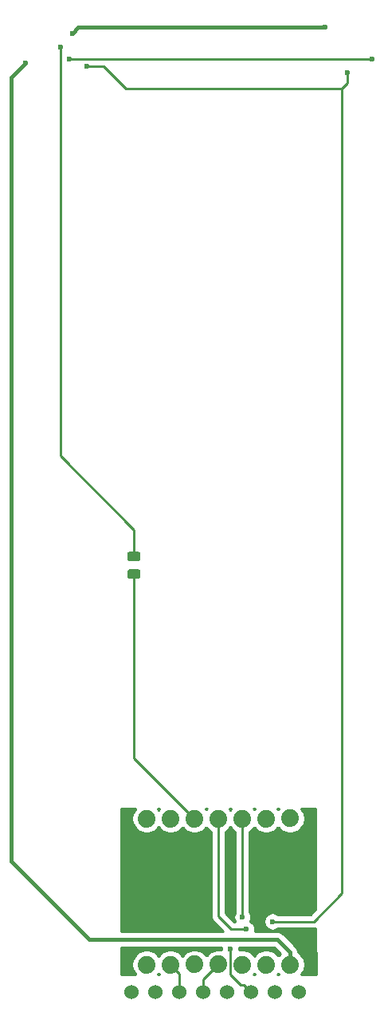
<source format=gbr>
G04 #@! TF.GenerationSoftware,KiCad,Pcbnew,(5.1.2)-1*
G04 #@! TF.CreationDate,2023-11-23T12:08:04+09:00*
G04 #@! TF.ProjectId,gopher_party_xiao_v2,676f7068-6572-45f7-9061-7274795f7869,rev?*
G04 #@! TF.SameCoordinates,Original*
G04 #@! TF.FileFunction,Copper,L2,Bot*
G04 #@! TF.FilePolarity,Positive*
%FSLAX46Y46*%
G04 Gerber Fmt 4.6, Leading zero omitted, Abs format (unit mm)*
G04 Created by KiCad (PCBNEW (5.1.2)-1) date 2023-11-23 12:08:04*
%MOMM*%
%LPD*%
G04 APERTURE LIST*
%ADD10C,1.524000*%
%ADD11C,1.879600*%
%ADD12C,0.100000*%
%ADD13C,0.975000*%
%ADD14C,0.600000*%
%ADD15C,0.400000*%
%ADD16C,0.250000*%
%ADD17C,0.254000*%
G04 APERTURE END LIST*
D10*
X86920000Y-173800000D03*
X89460000Y-173800000D03*
X92000000Y-173800000D03*
X94540000Y-173800000D03*
X97080000Y-173800000D03*
X99620000Y-173800000D03*
X102160000Y-173800000D03*
X104700000Y-173800000D03*
D11*
X103750000Y-170850000D03*
X101220000Y-170850000D03*
X98680000Y-170850000D03*
X96130000Y-170840000D03*
X93600000Y-170840000D03*
X91050000Y-170850000D03*
X88510000Y-170850000D03*
X88510000Y-155350000D03*
X91060000Y-155350000D03*
X93590000Y-155350000D03*
X96120000Y-155350000D03*
X98680000Y-155350000D03*
X101210000Y-155350000D03*
X103750000Y-155340000D03*
D12*
G36*
X87640142Y-127056174D02*
G01*
X87663803Y-127059684D01*
X87687007Y-127065496D01*
X87709529Y-127073554D01*
X87731153Y-127083782D01*
X87751670Y-127096079D01*
X87770883Y-127110329D01*
X87788607Y-127126393D01*
X87804671Y-127144117D01*
X87818921Y-127163330D01*
X87831218Y-127183847D01*
X87841446Y-127205471D01*
X87849504Y-127227993D01*
X87855316Y-127251197D01*
X87858826Y-127274858D01*
X87860000Y-127298750D01*
X87860000Y-127786250D01*
X87858826Y-127810142D01*
X87855316Y-127833803D01*
X87849504Y-127857007D01*
X87841446Y-127879529D01*
X87831218Y-127901153D01*
X87818921Y-127921670D01*
X87804671Y-127940883D01*
X87788607Y-127958607D01*
X87770883Y-127974671D01*
X87751670Y-127988921D01*
X87731153Y-128001218D01*
X87709529Y-128011446D01*
X87687007Y-128019504D01*
X87663803Y-128025316D01*
X87640142Y-128028826D01*
X87616250Y-128030000D01*
X86703750Y-128030000D01*
X86679858Y-128028826D01*
X86656197Y-128025316D01*
X86632993Y-128019504D01*
X86610471Y-128011446D01*
X86588847Y-128001218D01*
X86568330Y-127988921D01*
X86549117Y-127974671D01*
X86531393Y-127958607D01*
X86515329Y-127940883D01*
X86501079Y-127921670D01*
X86488782Y-127901153D01*
X86478554Y-127879529D01*
X86470496Y-127857007D01*
X86464684Y-127833803D01*
X86461174Y-127810142D01*
X86460000Y-127786250D01*
X86460000Y-127298750D01*
X86461174Y-127274858D01*
X86464684Y-127251197D01*
X86470496Y-127227993D01*
X86478554Y-127205471D01*
X86488782Y-127183847D01*
X86501079Y-127163330D01*
X86515329Y-127144117D01*
X86531393Y-127126393D01*
X86549117Y-127110329D01*
X86568330Y-127096079D01*
X86588847Y-127083782D01*
X86610471Y-127073554D01*
X86632993Y-127065496D01*
X86656197Y-127059684D01*
X86679858Y-127056174D01*
X86703750Y-127055000D01*
X87616250Y-127055000D01*
X87640142Y-127056174D01*
X87640142Y-127056174D01*
G37*
D13*
X87160000Y-127542500D03*
D12*
G36*
X87640142Y-128931174D02*
G01*
X87663803Y-128934684D01*
X87687007Y-128940496D01*
X87709529Y-128948554D01*
X87731153Y-128958782D01*
X87751670Y-128971079D01*
X87770883Y-128985329D01*
X87788607Y-129001393D01*
X87804671Y-129019117D01*
X87818921Y-129038330D01*
X87831218Y-129058847D01*
X87841446Y-129080471D01*
X87849504Y-129102993D01*
X87855316Y-129126197D01*
X87858826Y-129149858D01*
X87860000Y-129173750D01*
X87860000Y-129661250D01*
X87858826Y-129685142D01*
X87855316Y-129708803D01*
X87849504Y-129732007D01*
X87841446Y-129754529D01*
X87831218Y-129776153D01*
X87818921Y-129796670D01*
X87804671Y-129815883D01*
X87788607Y-129833607D01*
X87770883Y-129849671D01*
X87751670Y-129863921D01*
X87731153Y-129876218D01*
X87709529Y-129886446D01*
X87687007Y-129894504D01*
X87663803Y-129900316D01*
X87640142Y-129903826D01*
X87616250Y-129905000D01*
X86703750Y-129905000D01*
X86679858Y-129903826D01*
X86656197Y-129900316D01*
X86632993Y-129894504D01*
X86610471Y-129886446D01*
X86588847Y-129876218D01*
X86568330Y-129863921D01*
X86549117Y-129849671D01*
X86531393Y-129833607D01*
X86515329Y-129815883D01*
X86501079Y-129796670D01*
X86488782Y-129776153D01*
X86478554Y-129754529D01*
X86470496Y-129732007D01*
X86464684Y-129708803D01*
X86461174Y-129685142D01*
X86460000Y-129661250D01*
X86460000Y-129173750D01*
X86461174Y-129149858D01*
X86464684Y-129126197D01*
X86470496Y-129102993D01*
X86478554Y-129080471D01*
X86488782Y-129058847D01*
X86501079Y-129038330D01*
X86515329Y-129019117D01*
X86531393Y-129001393D01*
X86549117Y-128985329D01*
X86568330Y-128971079D01*
X86588847Y-128958782D01*
X86610471Y-128948554D01*
X86632993Y-128940496D01*
X86656197Y-128934684D01*
X86679858Y-128931174D01*
X86703750Y-128930000D01*
X87616250Y-128930000D01*
X87640142Y-128931174D01*
X87640142Y-128931174D01*
G37*
D13*
X87160000Y-129417500D03*
D14*
X75610000Y-75210000D03*
X80590000Y-72070000D03*
X107440000Y-71410000D03*
X82170000Y-75570000D03*
X109860000Y-76200000D03*
X101900000Y-166270000D03*
X80290000Y-74790000D03*
X112470000Y-74780000D03*
X79320000Y-73530000D03*
X99100000Y-167100000D03*
X97400000Y-169200000D03*
X98700000Y-165800000D03*
D15*
X103750000Y-169520923D02*
X103750000Y-170850000D01*
X102409077Y-168180000D02*
X103750000Y-169520923D01*
X82410000Y-168180000D02*
X102409077Y-168180000D01*
X74100000Y-159870000D02*
X82410000Y-168180000D01*
X75610000Y-75210000D02*
X74100000Y-76720000D01*
X74100000Y-76720000D02*
X74100000Y-159870000D01*
X80590000Y-72070000D02*
X81250000Y-71410000D01*
X81250000Y-71410000D02*
X107440000Y-71410000D01*
D16*
X109860000Y-77310000D02*
X109860000Y-76200000D01*
X109260000Y-77910000D02*
X109860000Y-77310000D01*
X86290000Y-77910000D02*
X109260000Y-77910000D01*
X82170000Y-75570000D02*
X83950000Y-75570000D01*
X83950000Y-75570000D02*
X86290000Y-77910000D01*
X109260000Y-77910000D02*
X109260000Y-163280000D01*
X109260000Y-163280000D02*
X106270000Y-166270000D01*
X106270000Y-166270000D02*
X101900000Y-166270000D01*
X80290000Y-74790000D02*
X112460000Y-74790000D01*
X112460000Y-74790000D02*
X112470000Y-74780000D01*
X87160000Y-127542500D02*
X87160000Y-124730000D01*
X87160000Y-124730000D02*
X79320000Y-116890000D01*
X79320000Y-116890000D02*
X79320000Y-73530000D01*
X87160000Y-148920000D02*
X93590000Y-155350000D01*
X87160000Y-129417500D02*
X87160000Y-148920000D01*
X94540000Y-172430000D02*
X94540000Y-173800000D01*
X96130000Y-170840000D02*
X94540000Y-172430000D01*
X92000000Y-171800000D02*
X92000000Y-173800000D01*
X91050000Y-170850000D02*
X92000000Y-171800000D01*
X96120000Y-155350000D02*
X96120000Y-165720000D01*
X96120000Y-165720000D02*
X97500000Y-167100000D01*
X97500000Y-167100000D02*
X99100000Y-167100000D01*
X98858001Y-173038001D02*
X98538001Y-173038001D01*
X99620000Y-173800000D02*
X98858001Y-173038001D01*
X98538001Y-173038001D02*
X97400000Y-171900000D01*
X97400000Y-171900000D02*
X97400000Y-169200000D01*
X98700000Y-155370000D02*
X98680000Y-155350000D01*
X98700000Y-165800000D02*
X98700000Y-155370000D01*
D17*
G36*
X96465000Y-169107911D02*
G01*
X96465000Y-169292089D01*
X96466842Y-169301350D01*
X96285104Y-169265200D01*
X95974896Y-169265200D01*
X95670648Y-169325718D01*
X95384052Y-169444430D01*
X95126123Y-169616773D01*
X94906773Y-169836123D01*
X94865000Y-169898641D01*
X94823227Y-169836123D01*
X94603877Y-169616773D01*
X94345948Y-169444430D01*
X94059352Y-169325718D01*
X93755104Y-169265200D01*
X93444896Y-169265200D01*
X93140648Y-169325718D01*
X92854052Y-169444430D01*
X92596123Y-169616773D01*
X92376773Y-169836123D01*
X92321659Y-169918607D01*
X92273227Y-169846123D01*
X92053877Y-169626773D01*
X91795948Y-169454430D01*
X91509352Y-169335718D01*
X91205104Y-169275200D01*
X90894896Y-169275200D01*
X90590648Y-169335718D01*
X90304052Y-169454430D01*
X90046123Y-169626773D01*
X89826773Y-169846123D01*
X89780000Y-169916124D01*
X89733227Y-169846123D01*
X89513877Y-169626773D01*
X89255948Y-169454430D01*
X88969352Y-169335718D01*
X88665104Y-169275200D01*
X88354896Y-169275200D01*
X88050648Y-169335718D01*
X87764052Y-169454430D01*
X87506123Y-169626773D01*
X87286773Y-169846123D01*
X87114430Y-170104052D01*
X86995718Y-170390648D01*
X86935200Y-170694896D01*
X86935200Y-171005104D01*
X86995718Y-171309352D01*
X87114430Y-171595948D01*
X87286773Y-171853877D01*
X87305111Y-171872215D01*
X85786858Y-171872939D01*
X85783650Y-169015000D01*
X96483481Y-169015000D01*
X96465000Y-169107911D01*
X96465000Y-169107911D01*
G37*
X96465000Y-169107911D02*
X96465000Y-169292089D01*
X96466842Y-169301350D01*
X96285104Y-169265200D01*
X95974896Y-169265200D01*
X95670648Y-169325718D01*
X95384052Y-169444430D01*
X95126123Y-169616773D01*
X94906773Y-169836123D01*
X94865000Y-169898641D01*
X94823227Y-169836123D01*
X94603877Y-169616773D01*
X94345948Y-169444430D01*
X94059352Y-169325718D01*
X93755104Y-169265200D01*
X93444896Y-169265200D01*
X93140648Y-169325718D01*
X92854052Y-169444430D01*
X92596123Y-169616773D01*
X92376773Y-169836123D01*
X92321659Y-169918607D01*
X92273227Y-169846123D01*
X92053877Y-169626773D01*
X91795948Y-169454430D01*
X91509352Y-169335718D01*
X91205104Y-169275200D01*
X90894896Y-169275200D01*
X90590648Y-169335718D01*
X90304052Y-169454430D01*
X90046123Y-169626773D01*
X89826773Y-169846123D01*
X89780000Y-169916124D01*
X89733227Y-169846123D01*
X89513877Y-169626773D01*
X89255948Y-169454430D01*
X88969352Y-169335718D01*
X88665104Y-169275200D01*
X88354896Y-169275200D01*
X88050648Y-169335718D01*
X87764052Y-169454430D01*
X87506123Y-169626773D01*
X87286773Y-169846123D01*
X87114430Y-170104052D01*
X86995718Y-170390648D01*
X86935200Y-170694896D01*
X86935200Y-171005104D01*
X86995718Y-171309352D01*
X87114430Y-171595948D01*
X87286773Y-171853877D01*
X87305111Y-171872215D01*
X85786858Y-171872939D01*
X85783650Y-169015000D01*
X96483481Y-169015000D01*
X96465000Y-169107911D01*
G36*
X89826773Y-171853877D02*
G01*
X89843900Y-171871004D01*
X89716039Y-171871065D01*
X89733227Y-171853877D01*
X89780000Y-171783876D01*
X89826773Y-171853877D01*
X89826773Y-171853877D01*
G37*
X89826773Y-171853877D02*
X89843900Y-171871004D01*
X89716039Y-171871065D01*
X89733227Y-171853877D01*
X89780000Y-171783876D01*
X89826773Y-171853877D01*
G36*
X99996773Y-171853877D02*
G01*
X100009053Y-171866157D01*
X99890890Y-171866214D01*
X99903227Y-171853877D01*
X99950000Y-171783876D01*
X99996773Y-171853877D01*
X99996773Y-171853877D01*
G37*
X99996773Y-171853877D02*
X100009053Y-171866157D01*
X99890890Y-171866214D01*
X99903227Y-171853877D01*
X99950000Y-171783876D01*
X99996773Y-171853877D01*
G36*
X102526773Y-171853877D02*
G01*
X102537848Y-171864952D01*
X102432102Y-171865002D01*
X102443227Y-171853877D01*
X102485000Y-171791359D01*
X102526773Y-171853877D01*
X102526773Y-171853877D01*
G37*
X102526773Y-171853877D02*
X102537848Y-171864952D01*
X102432102Y-171865002D01*
X102443227Y-171853877D01*
X102485000Y-171791359D01*
X102526773Y-171853877D01*
G36*
X106491182Y-164974017D02*
G01*
X105955199Y-165510000D01*
X102445535Y-165510000D01*
X102342889Y-165441414D01*
X102172729Y-165370932D01*
X101992089Y-165335000D01*
X101807911Y-165335000D01*
X101627271Y-165370932D01*
X101457111Y-165441414D01*
X101303972Y-165543738D01*
X101173738Y-165673972D01*
X101071414Y-165827111D01*
X101000932Y-165997271D01*
X100965000Y-166177911D01*
X100965000Y-166362089D01*
X101000932Y-166542729D01*
X101071414Y-166712889D01*
X101173738Y-166866028D01*
X101303972Y-166996262D01*
X101457111Y-167098586D01*
X101627271Y-167169068D01*
X101807911Y-167205000D01*
X101992089Y-167205000D01*
X102172729Y-167169068D01*
X102342889Y-167098586D01*
X102445535Y-167030000D01*
X106232678Y-167030000D01*
X106270000Y-167033676D01*
X106307322Y-167030000D01*
X106307333Y-167030000D01*
X106418986Y-167019003D01*
X106494588Y-166996070D01*
X106502786Y-171863061D01*
X104963309Y-171863795D01*
X104973227Y-171853877D01*
X105145570Y-171595948D01*
X105264282Y-171309352D01*
X105324800Y-171005104D01*
X105324800Y-170694896D01*
X105264282Y-170390648D01*
X105145570Y-170104052D01*
X104973227Y-169846123D01*
X104753877Y-169626773D01*
X104588587Y-169516329D01*
X104585000Y-169479914D01*
X104585000Y-169479904D01*
X104572918Y-169357234D01*
X104525172Y-169199836D01*
X104447636Y-169054777D01*
X104343291Y-168927632D01*
X104311428Y-168901483D01*
X103028523Y-167618579D01*
X103002368Y-167586709D01*
X102875223Y-167482364D01*
X102730164Y-167404828D01*
X102572766Y-167357082D01*
X102450096Y-167345000D01*
X102450095Y-167345000D01*
X102409077Y-167340960D01*
X102368059Y-167345000D01*
X100004584Y-167345000D01*
X100035000Y-167192089D01*
X100035000Y-167007911D01*
X99999068Y-166827271D01*
X99928586Y-166657111D01*
X99826262Y-166503972D01*
X99696028Y-166373738D01*
X99542889Y-166271414D01*
X99516758Y-166260590D01*
X99528586Y-166242889D01*
X99599068Y-166072729D01*
X99635000Y-165892089D01*
X99635000Y-165707911D01*
X99599068Y-165527271D01*
X99528586Y-165357111D01*
X99460000Y-165254465D01*
X99460000Y-156722817D01*
X99683877Y-156573227D01*
X99903227Y-156353877D01*
X99945000Y-156291359D01*
X99986773Y-156353877D01*
X100206123Y-156573227D01*
X100464052Y-156745570D01*
X100750648Y-156864282D01*
X101054896Y-156924800D01*
X101365104Y-156924800D01*
X101669352Y-156864282D01*
X101955948Y-156745570D01*
X102213877Y-156573227D01*
X102433227Y-156353877D01*
X102483341Y-156278876D01*
X102526773Y-156343877D01*
X102746123Y-156563227D01*
X103004052Y-156735570D01*
X103290648Y-156854282D01*
X103594896Y-156914800D01*
X103905104Y-156914800D01*
X104209352Y-156854282D01*
X104495948Y-156735570D01*
X104753877Y-156563227D01*
X104973227Y-156343877D01*
X105145570Y-156085948D01*
X105264282Y-155799352D01*
X105324800Y-155495104D01*
X105324800Y-155184896D01*
X105264282Y-154880648D01*
X105145570Y-154594052D01*
X104973227Y-154336123D01*
X104944104Y-154307000D01*
X106473214Y-154307000D01*
X106491182Y-164974017D01*
X106491182Y-164974017D01*
G37*
X106491182Y-164974017D02*
X105955199Y-165510000D01*
X102445535Y-165510000D01*
X102342889Y-165441414D01*
X102172729Y-165370932D01*
X101992089Y-165335000D01*
X101807911Y-165335000D01*
X101627271Y-165370932D01*
X101457111Y-165441414D01*
X101303972Y-165543738D01*
X101173738Y-165673972D01*
X101071414Y-165827111D01*
X101000932Y-165997271D01*
X100965000Y-166177911D01*
X100965000Y-166362089D01*
X101000932Y-166542729D01*
X101071414Y-166712889D01*
X101173738Y-166866028D01*
X101303972Y-166996262D01*
X101457111Y-167098586D01*
X101627271Y-167169068D01*
X101807911Y-167205000D01*
X101992089Y-167205000D01*
X102172729Y-167169068D01*
X102342889Y-167098586D01*
X102445535Y-167030000D01*
X106232678Y-167030000D01*
X106270000Y-167033676D01*
X106307322Y-167030000D01*
X106307333Y-167030000D01*
X106418986Y-167019003D01*
X106494588Y-166996070D01*
X106502786Y-171863061D01*
X104963309Y-171863795D01*
X104973227Y-171853877D01*
X105145570Y-171595948D01*
X105264282Y-171309352D01*
X105324800Y-171005104D01*
X105324800Y-170694896D01*
X105264282Y-170390648D01*
X105145570Y-170104052D01*
X104973227Y-169846123D01*
X104753877Y-169626773D01*
X104588587Y-169516329D01*
X104585000Y-169479914D01*
X104585000Y-169479904D01*
X104572918Y-169357234D01*
X104525172Y-169199836D01*
X104447636Y-169054777D01*
X104343291Y-168927632D01*
X104311428Y-168901483D01*
X103028523Y-167618579D01*
X103002368Y-167586709D01*
X102875223Y-167482364D01*
X102730164Y-167404828D01*
X102572766Y-167357082D01*
X102450096Y-167345000D01*
X102450095Y-167345000D01*
X102409077Y-167340960D01*
X102368059Y-167345000D01*
X100004584Y-167345000D01*
X100035000Y-167192089D01*
X100035000Y-167007911D01*
X99999068Y-166827271D01*
X99928586Y-166657111D01*
X99826262Y-166503972D01*
X99696028Y-166373738D01*
X99542889Y-166271414D01*
X99516758Y-166260590D01*
X99528586Y-166242889D01*
X99599068Y-166072729D01*
X99635000Y-165892089D01*
X99635000Y-165707911D01*
X99599068Y-165527271D01*
X99528586Y-165357111D01*
X99460000Y-165254465D01*
X99460000Y-156722817D01*
X99683877Y-156573227D01*
X99903227Y-156353877D01*
X99945000Y-156291359D01*
X99986773Y-156353877D01*
X100206123Y-156573227D01*
X100464052Y-156745570D01*
X100750648Y-156864282D01*
X101054896Y-156924800D01*
X101365104Y-156924800D01*
X101669352Y-156864282D01*
X101955948Y-156745570D01*
X102213877Y-156573227D01*
X102433227Y-156353877D01*
X102483341Y-156278876D01*
X102526773Y-156343877D01*
X102746123Y-156563227D01*
X103004052Y-156735570D01*
X103290648Y-156854282D01*
X103594896Y-156914800D01*
X103905104Y-156914800D01*
X104209352Y-156854282D01*
X104495948Y-156735570D01*
X104753877Y-156563227D01*
X104973227Y-156343877D01*
X105145570Y-156085948D01*
X105264282Y-155799352D01*
X105324800Y-155495104D01*
X105324800Y-155184896D01*
X105264282Y-154880648D01*
X105145570Y-154594052D01*
X104973227Y-154336123D01*
X104944104Y-154307000D01*
X106473214Y-154307000D01*
X106491182Y-164974017D01*
G36*
X102710553Y-169662343D02*
G01*
X102526773Y-169846123D01*
X102485000Y-169908641D01*
X102443227Y-169846123D01*
X102223877Y-169626773D01*
X101965948Y-169454430D01*
X101679352Y-169335718D01*
X101375104Y-169275200D01*
X101064896Y-169275200D01*
X100760648Y-169335718D01*
X100474052Y-169454430D01*
X100216123Y-169626773D01*
X99996773Y-169846123D01*
X99950000Y-169916124D01*
X99903227Y-169846123D01*
X99683877Y-169626773D01*
X99425948Y-169454430D01*
X99139352Y-169335718D01*
X98835104Y-169275200D01*
X98524896Y-169275200D01*
X98330675Y-169313833D01*
X98335000Y-169292089D01*
X98335000Y-169107911D01*
X98316519Y-169015000D01*
X102063210Y-169015000D01*
X102710553Y-169662343D01*
X102710553Y-169662343D01*
G37*
X102710553Y-169662343D02*
X102526773Y-169846123D01*
X102485000Y-169908641D01*
X102443227Y-169846123D01*
X102223877Y-169626773D01*
X101965948Y-169454430D01*
X101679352Y-169335718D01*
X101375104Y-169275200D01*
X101064896Y-169275200D01*
X100760648Y-169335718D01*
X100474052Y-169454430D01*
X100216123Y-169626773D01*
X99996773Y-169846123D01*
X99950000Y-169916124D01*
X99903227Y-169846123D01*
X99683877Y-169626773D01*
X99425948Y-169454430D01*
X99139352Y-169335718D01*
X98835104Y-169275200D01*
X98524896Y-169275200D01*
X98330675Y-169313833D01*
X98335000Y-169292089D01*
X98335000Y-169107911D01*
X98316519Y-169015000D01*
X102063210Y-169015000D01*
X102710553Y-169662343D01*
G36*
X87286773Y-154346123D02*
G01*
X87114430Y-154604052D01*
X86995718Y-154890648D01*
X86935200Y-155194896D01*
X86935200Y-155505104D01*
X86995718Y-155809352D01*
X87114430Y-156095948D01*
X87286773Y-156353877D01*
X87506123Y-156573227D01*
X87764052Y-156745570D01*
X88050648Y-156864282D01*
X88354896Y-156924800D01*
X88665104Y-156924800D01*
X88969352Y-156864282D01*
X89255948Y-156745570D01*
X89513877Y-156573227D01*
X89733227Y-156353877D01*
X89785000Y-156276393D01*
X89836773Y-156353877D01*
X90056123Y-156573227D01*
X90314052Y-156745570D01*
X90600648Y-156864282D01*
X90904896Y-156924800D01*
X91215104Y-156924800D01*
X91519352Y-156864282D01*
X91805948Y-156745570D01*
X92063877Y-156573227D01*
X92283227Y-156353877D01*
X92325000Y-156291359D01*
X92366773Y-156353877D01*
X92586123Y-156573227D01*
X92844052Y-156745570D01*
X93130648Y-156864282D01*
X93434896Y-156924800D01*
X93745104Y-156924800D01*
X94049352Y-156864282D01*
X94335948Y-156745570D01*
X94593877Y-156573227D01*
X94813227Y-156353877D01*
X94855000Y-156291359D01*
X94896773Y-156353877D01*
X95116123Y-156573227D01*
X95360000Y-156736181D01*
X95360001Y-165682668D01*
X95356324Y-165720000D01*
X95370998Y-165868985D01*
X95414454Y-166012246D01*
X95485026Y-166144276D01*
X95531523Y-166200932D01*
X95580000Y-166260001D01*
X95608998Y-166283799D01*
X96670198Y-167345000D01*
X85781776Y-167345000D01*
X85767143Y-154307000D01*
X87325896Y-154307000D01*
X87286773Y-154346123D01*
X87286773Y-154346123D01*
G37*
X87286773Y-154346123D02*
X87114430Y-154604052D01*
X86995718Y-154890648D01*
X86935200Y-155194896D01*
X86935200Y-155505104D01*
X86995718Y-155809352D01*
X87114430Y-156095948D01*
X87286773Y-156353877D01*
X87506123Y-156573227D01*
X87764052Y-156745570D01*
X88050648Y-156864282D01*
X88354896Y-156924800D01*
X88665104Y-156924800D01*
X88969352Y-156864282D01*
X89255948Y-156745570D01*
X89513877Y-156573227D01*
X89733227Y-156353877D01*
X89785000Y-156276393D01*
X89836773Y-156353877D01*
X90056123Y-156573227D01*
X90314052Y-156745570D01*
X90600648Y-156864282D01*
X90904896Y-156924800D01*
X91215104Y-156924800D01*
X91519352Y-156864282D01*
X91805948Y-156745570D01*
X92063877Y-156573227D01*
X92283227Y-156353877D01*
X92325000Y-156291359D01*
X92366773Y-156353877D01*
X92586123Y-156573227D01*
X92844052Y-156745570D01*
X93130648Y-156864282D01*
X93434896Y-156924800D01*
X93745104Y-156924800D01*
X94049352Y-156864282D01*
X94335948Y-156745570D01*
X94593877Y-156573227D01*
X94813227Y-156353877D01*
X94855000Y-156291359D01*
X94896773Y-156353877D01*
X95116123Y-156573227D01*
X95360000Y-156736181D01*
X95360001Y-165682668D01*
X95356324Y-165720000D01*
X95370998Y-165868985D01*
X95414454Y-166012246D01*
X95485026Y-166144276D01*
X95531523Y-166200932D01*
X95580000Y-166260001D01*
X95608998Y-166283799D01*
X96670198Y-167345000D01*
X85781776Y-167345000D01*
X85767143Y-154307000D01*
X87325896Y-154307000D01*
X87286773Y-154346123D01*
G36*
X97456773Y-156353877D02*
G01*
X97676123Y-156573227D01*
X97934052Y-156745570D01*
X97940001Y-156748034D01*
X97940000Y-165254465D01*
X97871414Y-165357111D01*
X97800932Y-165527271D01*
X97765000Y-165707911D01*
X97765000Y-165892089D01*
X97800932Y-166072729D01*
X97871414Y-166242889D01*
X97936301Y-166340000D01*
X97814802Y-166340000D01*
X96880000Y-165405199D01*
X96880000Y-156736181D01*
X97123877Y-156573227D01*
X97343227Y-156353877D01*
X97400000Y-156268910D01*
X97456773Y-156353877D01*
X97456773Y-156353877D01*
G37*
X97456773Y-156353877D02*
X97676123Y-156573227D01*
X97934052Y-156745570D01*
X97940001Y-156748034D01*
X97940000Y-165254465D01*
X97871414Y-165357111D01*
X97800932Y-165527271D01*
X97765000Y-165707911D01*
X97765000Y-165892089D01*
X97800932Y-166072729D01*
X97871414Y-166242889D01*
X97936301Y-166340000D01*
X97814802Y-166340000D01*
X96880000Y-165405199D01*
X96880000Y-156736181D01*
X97123877Y-156573227D01*
X97343227Y-156353877D01*
X97400000Y-156268910D01*
X97456773Y-156353877D01*
G36*
X97456773Y-154346123D02*
G01*
X97400000Y-154431090D01*
X97343227Y-154346123D01*
X97304104Y-154307000D01*
X97495896Y-154307000D01*
X97456773Y-154346123D01*
X97456773Y-154346123D01*
G37*
X97456773Y-154346123D02*
X97400000Y-154431090D01*
X97343227Y-154346123D01*
X97304104Y-154307000D01*
X97495896Y-154307000D01*
X97456773Y-154346123D01*
G36*
X89836773Y-154346123D02*
G01*
X89785000Y-154423607D01*
X89733227Y-154346123D01*
X89694104Y-154307000D01*
X89875896Y-154307000D01*
X89836773Y-154346123D01*
X89836773Y-154346123D01*
G37*
X89836773Y-154346123D02*
X89785000Y-154423607D01*
X89733227Y-154346123D01*
X89694104Y-154307000D01*
X89875896Y-154307000D01*
X89836773Y-154346123D01*
G36*
X102526773Y-154336123D02*
G01*
X102476659Y-154411124D01*
X102433227Y-154346123D01*
X102394104Y-154307000D01*
X102555896Y-154307000D01*
X102526773Y-154336123D01*
X102526773Y-154336123D01*
G37*
X102526773Y-154336123D02*
X102476659Y-154411124D01*
X102433227Y-154346123D01*
X102394104Y-154307000D01*
X102555896Y-154307000D01*
X102526773Y-154336123D01*
G36*
X94896773Y-154346123D02*
G01*
X94855000Y-154408641D01*
X94813227Y-154346123D01*
X94774104Y-154307000D01*
X94935896Y-154307000D01*
X94896773Y-154346123D01*
X94896773Y-154346123D01*
G37*
X94896773Y-154346123D02*
X94855000Y-154408641D01*
X94813227Y-154346123D01*
X94774104Y-154307000D01*
X94935896Y-154307000D01*
X94896773Y-154346123D01*
G36*
X99986773Y-154346123D02*
G01*
X99945000Y-154408641D01*
X99903227Y-154346123D01*
X99864104Y-154307000D01*
X100025896Y-154307000D01*
X99986773Y-154346123D01*
X99986773Y-154346123D01*
G37*
X99986773Y-154346123D02*
X99945000Y-154408641D01*
X99903227Y-154346123D01*
X99864104Y-154307000D01*
X100025896Y-154307000D01*
X99986773Y-154346123D01*
M02*

</source>
